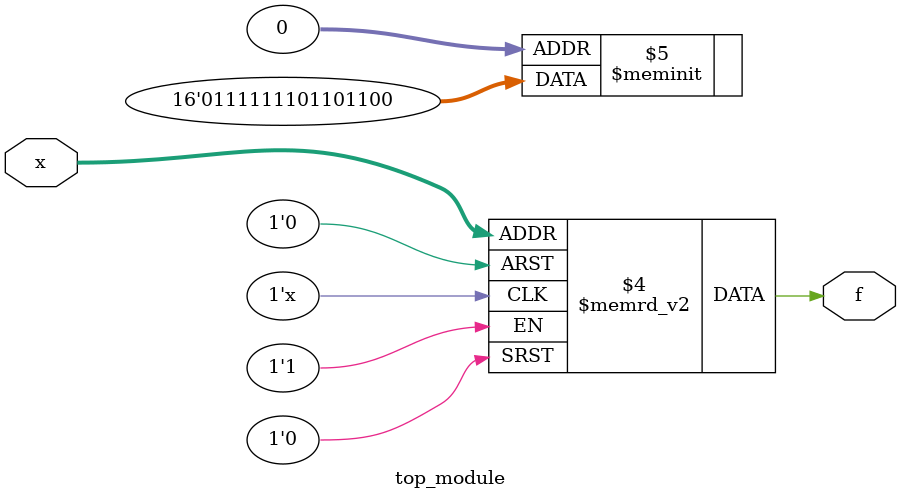
<source format=sv>
module top_module (
    input [4:1] x,
    output logic f
);

always_comb begin
    case (x)
        4'b0000: f = 1'b0;
        4'b0001: f = 1'b0;
        4'b0010: f = 1'b1;
        4'b0011: f = 1'b1;
        4'b0100: f = 1'b0;
        4'b0101: f = 1'b1;
        4'b0110: f = 1'b1;
        4'b0111: f = 1'b0;
        4'b1000: f = 1'b1;
        4'b1001: f = 1'b1;
        4'b1010: f = 1'b1;
        4'b1011: f = 1'b1;
        4'b1100: f = 1'b1;
        4'b1101: f = 1'b1;
        4'b1110: f = 1'b1;
        4'b1111: f = 1'b0;
    endcase
end

endmodule

</source>
